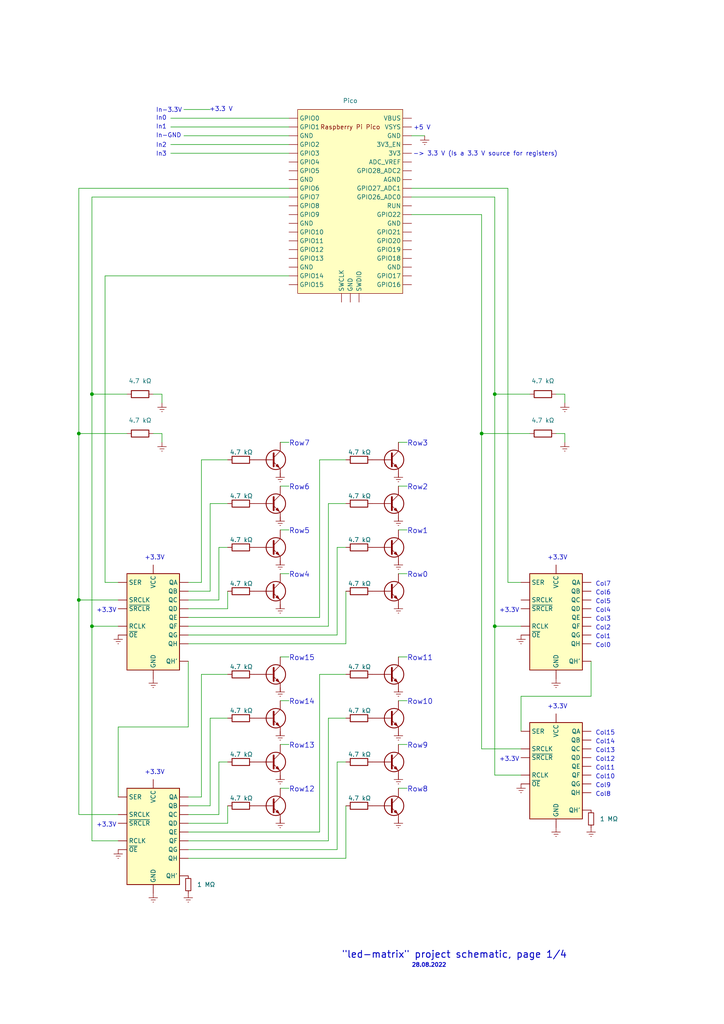
<source format=kicad_sch>
(kicad_sch (version 20211123) (generator eeschema)
  (paper "A4" portrait)
  (lib_symbols
    (symbol "74xx:74HC595" (pin_numbers hide)
      (property "Reference" "U" (at -7.62 13.97 0))
      (property "Value" "74HC595" (at -7.62 -16.51 0))
      (symbol "74HC595_1_0"
        (pin tri_state line (at 10.16 7.62 180) (length 2.54) (name "QB") (number "1"))
        (pin input line (at -10.16 2.54 0) (length 2.54) (name "~{SRCLR}") (number "10"))
        (pin input line (at -10.16 5.08 0) (length 2.54) (name "SRCLK") (number "11"))
        (pin input line (at -10.16 -2.54 0) (length 2.54) (name "RCLK") (number "12"))
        (pin input line (at -10.16 -5.08 0) (length 2.54) (name "~{OE}") (number "13"))
        (pin input line (at -10.16 10.16 0) (length 2.54) (name "SER") (number "14"))
        (pin tri_state line (at 10.16 10.16 180) (length 2.54) (name "QA") (number "15"))
        (pin power_in line (at 0 15.24 270) (length 2.54) (name "VCC") (number "16"))
        (pin tri_state line (at 10.16 5.08 180) (length 2.54) (name "QC") (number "2"))
        (pin tri_state line (at 10.16 2.54 180) (length 2.54) (name "QD") (number "3"))
        (pin tri_state line (at 10.16 0 180) (length 2.54) (name "QE") (number "4"))
        (pin tri_state line (at 10.16 -2.54 180) (length 2.54) (name "QF") (number "5"))
        (pin tri_state line (at 10.16 -5.08 180) (length 2.54) (name "QG") (number "6"))
        (pin tri_state line (at 10.16 -7.62 180) (length 2.54) (name "QH") (number "7"))
        (pin power_in line (at 0 -17.78 90) (length 2.54) (name "GND") (number "8"))
        (pin output line (at 10.16 -12.7 180) (length 2.54) (name "QH'") (number "9"))
      )
      (symbol "74HC595_1_1"
        (rectangle (start -7.62 12.7) (end 7.62 -15.24) (stroke (width 0.254)) (fill (type background)))
      )
    )
    (symbol "Device:R" (pin_numbers hide) (pin_names (offset 0))
      (property "Reference" "R" (at 2.032 0 90))
      (property "Value" "R" (at 0 0 90))
      (symbol "R_0_1"
        (rectangle (start -1.016 -2.54) (end 1.016 2.54) (stroke (width 0.254)))
      )
      (symbol "R_1_1"
        (pin passive line (at 0 3.81 270) (length 1.27) (name "~") (number "1"))
        (pin passive line (at 0 -3.81 90) (length 1.27) (name "~") (number "2"))
      )
    )
    (symbol "Device:R_Small" (pin_numbers hide) (pin_names (offset 0.254) hide)
      (property "Reference" "R" (at 0.762 0.508 0))
      (property "Value" "R_Small" (at 0.762 -1.016 0))
      (symbol "R_Small_0_1"
        (rectangle (start -0.762 1.778) (end 0.762 -1.778) (stroke (width 0.2032)))
      )
      (symbol "R_Small_1_1"
        (pin passive line (at 0 2.54 270) (length 0.762) (name "~") (number "1"))
        (pin passive line (at 0 -2.54 90) (length 0.762) (name "~") (number "2"))
      )
    )
    (symbol "MCU_RaspberryPi_and_Boards:Pico" (pin_numbers hide)
      (property "Reference" "U" (at -13.97 27.94 0))
      (property "Value" "Pico" (at 0 19.05 0))
      (symbol "Pico_0_0"
        (text "Raspberry Pi Pico" (at 0 21.59 0) (effects (font (size 1.27 1.27))))
      )
      (symbol "Pico_0_1"
        (rectangle (start -15.24 26.67) (end 15.24 -26.67) (fill (type background)))
      )
      (symbol "Pico_1_1"
        (pin bidirectional line (at -17.78 24.13 0) (length 2.54) (name "GPIO0") (number "1"))
        (pin bidirectional line (at -17.78 1.27 0) (length 2.54) (name "GPIO7") (number "10"))
        (pin bidirectional line (at -17.78 -1.27 0) (length 2.54) (name "GPIO8") (number "11"))
        (pin bidirectional line (at -17.78 -3.81 0) (length 2.54) (name "GPIO9") (number "12"))
        (pin power_in line (at -17.78 -6.35 0) (length 2.54) (name "GND") (number "13"))
        (pin bidirectional line (at -17.78 -8.89 0) (length 2.54) (name "GPIO10") (number "14"))
        (pin bidirectional line (at -17.78 -11.43 0) (length 2.54) (name "GPIO11") (number "15"))
        (pin bidirectional line (at -17.78 -13.97 0) (length 2.54) (name "GPIO12") (number "16"))
        (pin bidirectional line (at -17.78 -16.51 0) (length 2.54) (name "GPIO13") (number "17"))
        (pin power_in line (at -17.78 -19.05 0) (length 2.54) (name "GND") (number "18"))
        (pin bidirectional line (at -17.78 -21.59 0) (length 2.54) (name "GPIO14") (number "19"))
        (pin bidirectional line (at -17.78 21.59 0) (length 2.54) (name "GPIO1") (number "2"))
        (pin bidirectional line (at -17.78 -24.13 0) (length 2.54) (name "GPIO15") (number "20"))
        (pin bidirectional line (at 17.78 -24.13 180) (length 2.54) (name "GPIO16") (number "21"))
        (pin bidirectional line (at 17.78 -21.59 180) (length 2.54) (name "GPIO17") (number "22"))
        (pin power_in line (at 17.78 -19.05 180) (length 2.54) (name "GND") (number "23"))
        (pin bidirectional line (at 17.78 -16.51 180) (length 2.54) (name "GPIO18") (number "24"))
        (pin bidirectional line (at 17.78 -13.97 180) (length 2.54) (name "GPIO19") (number "25"))
        (pin bidirectional line (at 17.78 -11.43 180) (length 2.54) (name "GPIO20") (number "26"))
        (pin bidirectional line (at 17.78 -8.89 180) (length 2.54) (name "GPIO21") (number "27"))
        (pin power_in line (at 17.78 -6.35 180) (length 2.54) (name "GND") (number "28"))
        (pin bidirectional line (at 17.78 -3.81 180) (length 2.54) (name "GPIO22") (number "29"))
        (pin power_in line (at -17.78 19.05 0) (length 2.54) (name "GND") (number "3"))
        (pin input line (at 17.78 -1.27 180) (length 2.54) (name "RUN") (number "30"))
        (pin bidirectional line (at 17.78 1.27 180) (length 2.54) (name "GPIO26_ADC0") (number "31"))
        (pin bidirectional line (at 17.78 3.81 180) (length 2.54) (name "GPIO27_ADC1") (number "32"))
        (pin power_in line (at 17.78 6.35 180) (length 2.54) (name "AGND") (number "33"))
        (pin bidirectional line (at 17.78 8.89 180) (length 2.54) (name "GPIO28_ADC2") (number "34"))
        (pin power_in line (at 17.78 11.43 180) (length 2.54) (name "ADC_VREF") (number "35"))
        (pin power_in line (at 17.78 13.97 180) (length 2.54) (name "3V3") (number "36"))
        (pin input line (at 17.78 16.51 180) (length 2.54) (name "3V3_EN") (number "37"))
        (pin bidirectional line (at 17.78 19.05 180) (length 2.54) (name "GND") (number "38"))
        (pin power_in line (at 17.78 21.59 180) (length 2.54) (name "VSYS") (number "39"))
        (pin bidirectional line (at -17.78 16.51 0) (length 2.54) (name "GPIO2") (number "4"))
        (pin power_in line (at 17.78 24.13 180) (length 2.54) (name "VBUS") (number "40"))
        (pin input line (at -2.54 -29.21 90) (length 2.54) (name "SWCLK") (number "41"))
        (pin power_in line (at 0 -29.21 90) (length 2.54) (name "GND") (number "42"))
        (pin bidirectional line (at 2.54 -29.21 90) (length 2.54) (name "SWDIO") (number "43"))
        (pin bidirectional line (at -17.78 13.97 0) (length 2.54) (name "GPIO3") (number "5"))
        (pin bidirectional line (at -17.78 11.43 0) (length 2.54) (name "GPIO4") (number "6"))
        (pin bidirectional line (at -17.78 8.89 0) (length 2.54) (name "GPIO5") (number "7"))
        (pin power_in line (at -17.78 6.35 0) (length 2.54) (name "GND") (number "8"))
        (pin bidirectional line (at -17.78 3.81 0) (length 2.54) (name "GPIO6") (number "9"))
      )
    )
    (symbol "Transistor_BJT:BC337" (pin_numbers hide) (pin_names (offset 0) hide)
      (property "Reference" "Q" (at 5.08 1.905 0))
      (property "Value" "BC337" (at 5.08 0 0))
      (symbol "BC337_0_1"
        (polyline (pts (xy 0 0) (xy 0.635 0)))
        (polyline (pts (xy 0.635 0.635) (xy 2.54 2.54)))
        (polyline (pts (xy 0.635 -0.635) (xy 2.54 -2.54) (xy 2.54 -2.54)))
        (polyline (pts (xy 0.635 1.905) (xy 0.635 -1.905) (xy 0.635 -1.905)) (stroke (width 0.508)))
        (polyline (pts (xy 1.27 -1.778) (xy 1.778 -1.27) (xy 2.286 -2.286) (xy 1.27 -1.778) (xy 1.27 -1.778)) (fill (type outline)))
        (circle (center 1.27 0) (radius 2.8194) (stroke (width 0.254)))
      )
      (symbol "BC337_1_1"
        (pin passive line (at 2.54 5.08 270) (length 2.54) (name "C") (number "1"))
        (pin input line (at -5.08 0 0) (length 5.08) (name "B") (number "2"))
        (pin passive line (at 2.54 -5.08 90) (length 2.54) (name "E") (number "3"))
      )
    )
    (symbol "power:Earth" (power) (pin_names (offset 0))
      (symbol "Earth_0_1"
        (polyline (pts (xy -0.635 -1.905) (xy 0.635 -1.905)))
        (polyline (pts (xy -0.127 -2.54) (xy 0.127 -2.54)))
        (polyline (pts (xy 0 -1.27) (xy 0 0)))
        (polyline (pts (xy 1.27 -1.27) (xy -1.27 -1.27)))
      )
      (symbol "Earth_1_1"
        (pin power_in line (at 0 0 270) (length 0) hide (name "Earth") (number "1"))
      )
    )
  )
  (junction (at 139.7 125.73))
  (junction (at 22.86 173.99))
  (junction (at 143.51 181.61))
  (junction (at 26.67 114.3))
  (junction (at 26.67 181.61))
  (junction (at 143.51 114.3))
  (junction (at 22.86 125.73))
  (wire (pts (xy 83.82 80.01) (xy 30.48 80.01)))
  (wire (pts (xy 81.28 153.67) (xy 83.82 153.67)))
  (wire (pts (xy 163.83 114.3) (xy 161.29 114.3)))
  (wire (pts (xy 95.25 146.05) (xy 100.33 146.05)))
  (wire (pts (xy 81.28 166.37) (xy 83.82 166.37)))
  (wire (pts (xy 163.83 116.84) (xy 163.83 114.3)))
  (wire (pts (xy 115.57 140.97) (xy 118.11 140.97)))
  (wire (pts (xy 26.67 114.3) (xy 36.83 114.3)))
  (wire (pts (xy 115.57 228.6) (xy 118.11 228.6)))
  (wire (pts (xy 54.61 248.92) (xy 100.33 248.92)))
  (wire (pts (xy 49.53 34.29) (xy 83.82 34.29)))
  (wire (pts (xy 54.61 246.38) (xy 97.79 246.38)))
  (wire (pts (xy 139.7 217.17) (xy 151.13 217.17)))
  (wire (pts (xy 115.57 166.37) (xy 118.11 166.37)))
  (wire (pts (xy 92.71 179.07) (xy 92.71 133.35)))
  (wire (pts (xy 63.5 158.75) (xy 66.04 158.75)))
  (wire (pts (xy 115.57 199.39) (xy 115.57 200.66)) (stroke (width 0) (color 132 0 0 1)))
  (wire (pts (xy 26.67 57.15) (xy 83.82 57.15)))
  (wire (pts (xy 161.29 125.73) (xy 163.83 125.73)))
  (wire (pts (xy 139.7 62.23) (xy 139.7 125.73)))
  (wire (pts (xy 139.7 125.73) (xy 153.67 125.73)))
  (wire (pts (xy 97.79 184.15) (xy 97.79 158.75)))
  (wire (pts (xy 54.61 181.61) (xy 95.25 181.61)))
  (wire (pts (xy 151.13 168.91) (xy 147.32 168.91)))
  (wire (pts (xy 22.86 173.99) (xy 34.29 173.99)))
  (wire (pts (xy 171.45 201.93) (xy 151.13 201.93)))
  (wire (pts (xy 115.57 224.79) (xy 115.57 226.06)) (stroke (width 0) (color 132 0 0 1)))
  (wire (pts (xy 49.53 44.45) (xy 83.82 44.45)))
  (wire (pts (xy 81.28 128.27) (xy 83.82 128.27)))
  (wire (pts (xy 97.79 220.98) (xy 100.33 220.98)))
  (wire (pts (xy 26.67 181.61) (xy 26.67 243.84)))
  (wire (pts (xy 46.99 116.84) (xy 46.99 114.3)))
  (wire (pts (xy 115.57 190.5) (xy 118.11 190.5)))
  (wire (pts (xy 60.96 233.68) (xy 60.96 208.28)))
  (wire (pts (xy 22.86 54.61) (xy 83.82 54.61)))
  (wire (pts (xy 115.57 203.2) (xy 118.11 203.2)))
  (wire (pts (xy 54.61 243.84) (xy 95.25 243.84)))
  (wire (pts (xy 100.33 171.45) (xy 100.33 186.69)))
  (wire (pts (xy 81.28 224.79) (xy 81.28 226.06)) (stroke (width 0) (color 132 0 0 1)))
  (wire (pts (xy 26.67 114.3) (xy 26.67 181.61)))
  (wire (pts (xy 115.57 149.86) (xy 115.57 151.13)) (stroke (width 0) (color 132 0 0 1)))
  (wire (pts (xy 58.42 133.35) (xy 58.42 168.91)))
  (wire (pts (xy 54.61 238.76) (xy 66.04 238.76)))
  (wire (pts (xy 63.5 158.75) (xy 63.5 173.99)))
  (wire (pts (xy 22.86 173.99) (xy 22.86 236.22)))
  (wire (pts (xy 60.96 146.05) (xy 66.04 146.05)))
  (wire (pts (xy 66.04 238.76) (xy 66.04 233.68)))
  (wire (pts (xy 46.99 125.73) (xy 46.99 128.27)))
  (wire (pts (xy 22.86 236.22) (xy 34.29 236.22)))
  (wire (pts (xy 119.38 54.61) (xy 147.32 54.61)))
  (wire (pts (xy 81.28 212.09) (xy 81.28 213.36)) (stroke (width 0) (color 132 0 0 1)))
  (wire (pts (xy 119.38 62.23) (xy 139.7 62.23)))
  (wire (pts (xy 171.45 191.77) (xy 171.45 201.93)))
  (wire (pts (xy 54.61 236.22) (xy 63.5 236.22)))
  (wire (pts (xy 53.34 39.37) (xy 83.82 39.37)))
  (wire (pts (xy 58.42 133.35) (xy 66.04 133.35)))
  (wire (pts (xy 26.67 57.15) (xy 26.67 114.3)))
  (wire (pts (xy 60.96 208.28) (xy 66.04 208.28)))
  (wire (pts (xy 151.13 201.93) (xy 151.13 212.09)))
  (wire (pts (xy 115.57 215.9) (xy 118.11 215.9)))
  (wire (pts (xy 54.61 191.77) (xy 54.61 210.82)))
  (wire (pts (xy 49.53 41.91) (xy 83.82 41.91)))
  (wire (pts (xy 63.5 236.22) (xy 63.5 220.98)))
  (wire (pts (xy 143.51 57.15) (xy 119.38 57.15)))
  (wire (pts (xy 53.34 31.75) (xy 60.96 31.75)))
  (wire (pts (xy 143.51 224.79) (xy 143.51 181.61)))
  (wire (pts (xy 143.51 57.15) (xy 143.51 114.3)))
  (wire (pts (xy 97.79 220.98) (xy 97.79 246.38)))
  (wire (pts (xy 54.61 186.69) (xy 100.33 186.69)))
  (wire (pts (xy 97.79 158.75) (xy 100.33 158.75)))
  (wire (pts (xy 139.7 125.73) (xy 139.7 217.17)))
  (wire (pts (xy 95.25 181.61) (xy 95.25 146.05)))
  (wire (pts (xy 81.28 203.2) (xy 83.82 203.2)))
  (wire (pts (xy 81.28 175.26) (xy 81.28 176.53)) (stroke (width 0) (color 132 0 0 1)))
  (wire (pts (xy 81.28 140.97) (xy 83.82 140.97)))
  (wire (pts (xy 58.42 195.58) (xy 58.42 231.14)))
  (wire (pts (xy 26.67 181.61) (xy 34.29 181.61)))
  (wire (pts (xy 115.57 137.16) (xy 115.57 138.43)) (stroke (width 0) (color 132 0 0 1)))
  (wire (pts (xy 92.71 195.58) (xy 100.33 195.58)))
  (wire (pts (xy 81.28 162.56) (xy 81.28 163.83)) (stroke (width 0) (color 132 0 0 1)))
  (wire (pts (xy 49.53 36.83) (xy 83.82 36.83)))
  (wire (pts (xy 143.51 114.3) (xy 143.51 181.61)))
  (wire (pts (xy 54.61 179.07) (xy 92.71 179.07)))
  (wire (pts (xy 34.29 168.91) (xy 30.48 168.91)))
  (wire (pts (xy 115.57 162.56) (xy 115.57 163.83)) (stroke (width 0) (color 132 0 0 1)))
  (wire (pts (xy 58.42 168.91) (xy 54.61 168.91)))
  (wire (pts (xy 34.29 210.82) (xy 54.61 210.82)))
  (wire (pts (xy 66.04 176.53) (xy 66.04 171.45)))
  (wire (pts (xy 54.61 241.3) (xy 92.71 241.3)))
  (wire (pts (xy 54.61 184.15) (xy 97.79 184.15)))
  (wire (pts (xy 115.57 128.27) (xy 118.11 128.27)))
  (wire (pts (xy 30.48 80.01) (xy 30.48 168.91)))
  (wire (pts (xy 81.28 215.9) (xy 83.82 215.9)))
  (wire (pts (xy 54.61 173.99) (xy 63.5 173.99)))
  (wire (pts (xy 34.29 210.82) (xy 34.29 231.14)))
  (wire (pts (xy 115.57 237.49) (xy 115.57 238.76)) (stroke (width 0) (color 132 0 0 1)))
  (wire (pts (xy 92.71 133.35) (xy 100.33 133.35)))
  (wire (pts (xy 22.86 54.61) (xy 22.86 125.73)))
  (wire (pts (xy 81.28 137.16) (xy 81.28 138.43)) (stroke (width 0) (color 132 0 0 1)))
  (wire (pts (xy 63.5 220.98) (xy 66.04 220.98)))
  (wire (pts (xy 46.99 114.3) (xy 44.45 114.3)))
  (wire (pts (xy 163.83 125.73) (xy 163.83 128.27)))
  (wire (pts (xy 95.25 208.28) (xy 95.25 243.84)))
  (wire (pts (xy 100.33 233.68) (xy 100.33 248.92)))
  (wire (pts (xy 81.28 190.5) (xy 83.82 190.5)))
  (wire (pts (xy 81.28 237.49) (xy 81.28 238.76)) (stroke (width 0) (color 132 0 0 1)))
  (wire (pts (xy 60.96 146.05) (xy 60.96 171.45)))
  (wire (pts (xy 58.42 195.58) (xy 66.04 195.58)))
  (wire (pts (xy 115.57 153.67) (xy 118.11 153.67)))
  (wire (pts (xy 34.29 243.84) (xy 26.67 243.84)))
  (wire (pts (xy 95.25 208.28) (xy 100.33 208.28)))
  (wire (pts (xy 81.28 199.39) (xy 81.28 200.66)) (stroke (width 0) (color 132 0 0 1)))
  (wire (pts (xy 151.13 224.79) (xy 143.51 224.79)))
  (wire (pts (xy 22.86 125.73) (xy 36.83 125.73)))
  (wire (pts (xy 54.61 233.68) (xy 60.96 233.68)))
  (wire (pts (xy 143.51 114.3) (xy 153.67 114.3)))
  (wire (pts (xy 115.57 212.09) (xy 115.57 213.36)) (stroke (width 0) (color 132 0 0 1)))
  (wire (pts (xy 115.57 175.26) (xy 115.57 176.53)) (stroke (width 0) (color 132 0 0 1)))
  (wire (pts (xy 92.71 195.58) (xy 92.71 241.3)))
  (wire (pts (xy 54.61 171.45) (xy 60.96 171.45)))
  (wire (pts (xy 147.32 54.61) (xy 147.32 168.91)))
  (wire (pts (xy 143.51 181.61) (xy 151.13 181.61)))
  (wire (pts (xy 81.28 228.6) (xy 83.82 228.6)))
  (wire (pts (xy 119.38 39.37) (xy 123.19 39.37)))
  (wire (pts (xy 81.28 149.86) (xy 81.28 151.13)) (stroke (width 0) (color 132 0 0 1)))
  (wire (pts (xy 54.61 231.14) (xy 58.42 231.14)))
  (wire (pts (xy 44.45 125.73) (xy 46.99 125.73)))
  (wire (pts (xy 54.61 176.53) (xy 66.04 176.53)))
  (wire (pts (xy 22.86 125.73) (xy 22.86 173.99)))
  (text "Row4" (at 83.82 167.64 0) (effects (font (size 1.5 1.5)) (justify left bottom)))
  (text "Row12" (at 83.82 229.87 0) (effects (font (size 1.5 1.5)) (justify left bottom)))
  (text "28.08.2022" (at 119.38 280.67 0) (effects (font (size 1.15 1.15) bold) (justify left bottom)))
  (text "In-3.3V" (at 45.212 32.766 0) (effects (font (size 1.27 1.27)) (justify left bottom)))
  (text "Col10" (at 172.72 226.06 0) (effects (font (size 1.27 1.27)) (justify left bottom)))
  (text "Col2" (at 172.72 182.88 0) (effects (font (size 1.27 1.27)) (justify left bottom)))
  (text "\"led-matrix\" project schematic, page 1/4" (at 99.06 278.13 0) (effects (font (size 2 2) (thickness 0.254) bold) (justify left bottom)))
  (text "+3.3V" (at 158.75 205.74 0) (effects (font (size 1.27 1.27)) (justify left bottom)))
  (text "Row11" (at 118.11 191.77 0) (effects (font (size 1.5 1.5)) (justify left bottom)))
  (text "+3.3V" (at 27.94 240.03 0) (effects (font (size 1.27 1.27)) (justify left bottom)))
  (text "Col3" (at 172.72 180.34 0) (effects (font (size 1.27 1.27)) (justify left bottom)))
  (text "Row2" (at 118.11 142.24 0) (effects (font (size 1.5 1.5)) (justify left bottom)))
  (text "Col11" (at 172.72 223.52 0) (effects (font (size 1.27 1.27)) (justify left bottom)))
  (text "In0" (at 45.212 35.052 0) (effects (font (size 1.27 1.27)) (justify left bottom)))
  (text "In1" (at 45.212 37.592 0) (effects (font (size 1.27 1.27)) (justify left bottom)))
  (text "In-GND" (at 45.212 40.132 0) (effects (font (size 1.27 1.27)) (justify left bottom)))
  (text "Col8" (at 172.72 231.14 0) (effects (font (size 1.27 1.27)) (justify left bottom)))
  (text "Col14" (at 172.72 215.9 0) (effects (font (size 1.27 1.27)) (justify left bottom)))
  (text "Col6" (at 172.72 172.72 0) (effects (font (size 1.27 1.27)) (justify left bottom)))
  (text "Row15" (at 83.82 191.77 0) (effects (font (size 1.5 1.5)) (justify left bottom)))
  (text "Col13" (at 172.72 218.44 0) (effects (font (size 1.27 1.27)) (justify left bottom)))
  (text "Row8" (at 118.11 229.87 0) (effects (font (size 1.5 1.5)) (justify left bottom)))
  (text "Row9" (at 118.11 217.17 0) (effects (font (size 1.5 1.5)) (justify left bottom)))
  (text "Row0" (at 118.11 167.64 0) (effects (font (size 1.5 1.5)) (justify left bottom)))
  (text "Row10" (at 118.11 204.47 0) (effects (font (size 1.5 1.5)) (justify left bottom)))
  (text "Col12" (at 172.72 220.98 0) (effects (font (size 1.27 1.27)) (justify left bottom)))
  (text "+3.3V" (at 41.91 162.56 0) (effects (font (size 1.27 1.27)) (justify left bottom)))
  (text "Col5" (at 172.72 175.26 0) (effects (font (size 1.27 1.27)) (justify left bottom)))
  (text "+3.3 V" (at 60.706 32.512 0) (effects (font (size 1.27 1.27)) (justify left bottom)))
  (text "Col1" (at 172.72 185.42 0) (effects (font (size 1.27 1.27)) (justify left bottom)))
  (text "-> 3.3 V (Is a 3.3 V source for registers)" (at 119.7864 45.4152 0) (effects (font (size 1.27 1.27)) (justify left bottom)))
  (text "Row6" (at 83.82 142.24 0) (effects (font (size 1.5 1.5)) (justify left bottom)))
  (text "Col9" (at 172.72 228.6 0) (effects (font (size 1.27 1.27)) (justify left bottom)))
  (text "Row5" (at 83.82 154.94 0) (effects (font (size 1.5 1.5)) (justify left bottom)))
  (text "Row13" (at 83.82 217.17 0) (effects (font (size 1.5 1.5)) (justify left bottom)))
  (text "Col7" (at 172.72 170.18 0) (effects (font (size 1.27 1.27)) (justify left bottom)))
  (text "In2" (at 45.212 42.926 0) (effects (font (size 1.27 1.27)) (justify left bottom)))
  (text "+5 V" (at 119.9134 37.8714 0) (effects (font (size 1.27 1.27)) (justify left bottom)))
  (text "Col0" (at 172.72 187.96 0) (effects (font (size 1.27 1.27)) (justify left bottom)))
  (text "Row3" (at 118.11 129.54 0) (effects (font (size 1.5 1.5)) (justify left bottom)))
  (text "In3" (at 45.212 45.466 0) (effects (font (size 1.27 1.27)) (justify left bottom)))
  (text "Row7" (at 83.82 129.54 0) (effects (font (size 1.5 1.5)) (justify left bottom)))
  (text "+3.3V" (at 41.91 224.79 0) (effects (font (size 1.27 1.27)) (justify left bottom)))
  (text "+3.3V" (at 144.78 177.8 0) (effects (font (size 1.27 1.27)) (justify left bottom)))
  (text "+3.3V" (at 27.94 177.8 0) (effects (font (size 1.27 1.27)) (justify left bottom)))
  (text "Row1" (at 118.11 154.94 0) (effects (font (size 1.5 1.5)) (justify left bottom)))
  (text "Row14" (at 83.82 204.47 0) (effects (font (size 1.5 1.5)) (justify left bottom)))
  (text "Col15" (at 172.72 213.36 0) (effects (font (size 1.27 1.27)) (justify left bottom)))
  (text "Col4" (at 172.72 177.8 0) (effects (font (size 1.27 1.27)) (justify left bottom)))
  (text "+3.3V" (at 158.75 162.56 0) (effects (font (size 1.27 1.27)) (justify left bottom)))
  (text "+3.3V" (at 144.78 220.98 0) (effects (font (size 1.27 1.27)) (justify left bottom)))
  (symbol (lib_id "Device:R") (at 69.85 133.35 270) (unit 1)
    (property "Reference" "R?" (effects hide))
    (property "Value" "4.7 kΩ" (at 69.99 131.16 90))
  )
  (symbol (lib_id "Transistor_BJT:BC337") (at 78.74 158.75 0) (unit 1)
    (property "Reference" "Q?" (effects hide))
    (property "Value" "BC337" (effects hide))
    (property "Footprint" "Package_TO_SOT_THT:TO-92_Inline" (effects hide))
    (property "Datasheet" "https://diotec.com/tl_files/diotec/files/pdf/datasheets/bc337.pdf" (effects hide))
  )
  (symbol (lib_id "power:Earth") (at 81.28 212.09 0) (unit 1)
    (property "Reference" "#PWR?" (effects hide))
    (property "Value" "Earth" (effects hide))
  )
  (symbol (lib_id "power:Earth") (at 115.57 199.39 0) (unit 1)
    (property "Reference" "#PWR?" (effects hide))
    (property "Value" "Earth" (effects hide))
  )
  (symbol (lib_id "power:Earth") (at 115.57 162.56 0) (unit 1)
    (property "Reference" "#PWR?" (effects hide))
    (property "Value" "Earth" (effects hide))
  )
  (symbol (lib_id "Transistor_BJT:BC337") (at 113.03 208.28 0) (unit 1)
    (property "Reference" "Q?" (effects hide))
    (property "Value" "BC337" (effects hide))
    (property "Footprint" "Package_TO_SOT_THT:TO-92_Inline" (effects hide))
    (property "Datasheet" "https://diotec.com/tl_files/diotec/files/pdf/datasheets/bc337.pdf" (effects hide))
  )
  (symbol (lib_id "power:Earth") (at 81.28 224.79 0) (unit 1)
    (property "Reference" "#PWR?" (effects hide))
    (property "Value" "Earth" (effects hide))
  )
  (symbol (lib_id "power:Earth") (at 46.99 128.27 0) (unit 1)
    (property "Reference" "#PWR?" (effects hide))
    (property "Value" "Earth" (effects hide))
  )
  (symbol (lib_id "power:Earth") (at 123.19 39.37 0) (unit 1)
    (property "Reference" "#PWR?" (effects hide))
    (property "Value" "Earth" (effects hide))
  )
  (symbol (lib_id "Transistor_BJT:BC337") (at 78.74 171.45 0) (unit 1)
    (property "Reference" "Q?" (effects hide))
    (property "Value" "BC337" (effects hide))
    (property "Footprint" "Package_TO_SOT_THT:TO-92_Inline" (effects hide))
    (property "Datasheet" "https://diotec.com/tl_files/diotec/files/pdf/datasheets/bc337.pdf" (effects hide))
  )
  (symbol (lib_id "Transistor_BJT:BC337") (at 113.03 220.98 0) (unit 1)
    (property "Reference" "Q?" (effects hide))
    (property "Value" "BC337" (effects hide))
    (property "Footprint" "Package_TO_SOT_THT:TO-92_Inline" (effects hide))
    (property "Datasheet" "https://diotec.com/tl_files/diotec/files/pdf/datasheets/bc337.pdf" (effects hide))
  )
  (symbol (lib_id "Device:R") (at 69.85 146.05 270) (unit 1)
    (property "Reference" "R?" (effects hide))
    (property "Value" "4.7 kΩ" (at 69.99 143.86 90))
  )
  (symbol (lib_id "Device:R") (at 104.14 158.75 270) (unit 1)
    (property "Reference" "R?" (effects hide))
    (property "Value" "4.7 kΩ" (at 104.28 156.56 90))
  )
  (symbol (lib_id "Device:R") (at 104.14 171.45 270) (unit 1)
    (property "Reference" "R?" (effects hide))
    (property "Value" "4.7 kΩ" (at 104.28 169.26 90))
  )
  (symbol (lib_id "Transistor_BJT:BC337") (at 113.03 233.68 0) (unit 1)
    (property "Reference" "Q?" (effects hide))
    (property "Value" "BC337" (effects hide))
    (property "Footprint" "Package_TO_SOT_THT:TO-92_Inline" (effects hide))
    (property "Datasheet" "https://diotec.com/tl_files/diotec/files/pdf/datasheets/bc337.pdf" (effects hide))
  )
  (symbol (lib_id "power:Earth") (at 115.57 149.86 0) (unit 1)
    (property "Reference" "#PWR?" (effects hide))
    (property "Value" "Earth" (effects hide))
  )
  (symbol (lib_id "power:Earth") (at 163.83 116.84 0) (unit 1)
    (property "Reference" "#PWR?" (effects hide))
    (property "Value" "Earth" (effects hide))
  )
  (symbol (lib_id "power:Earth") (at 151.13 227.33 0) (unit 1)
    (property "Reference" "#PWR?" (effects hide))
    (property "Value" "Earth" (effects hide))
  )
  (symbol (lib_id "power:Earth") (at 81.28 237.49 0) (unit 1)
    (property "Reference" "#PWR?" (effects hide))
    (property "Value" "Earth" (effects hide))
  )
  (symbol (lib_id "power:Earth") (at 34.29 246.38 0) (unit 1)
    (property "Reference" "#PWR?" (effects hide))
    (property "Value" "Earth" (effects hide))
  )
  (symbol (lib_id "MCU_RaspberryPi_and_Boards:Pico") (at 101.6 58.42 0) (unit 1)
    (property "Reference" "U?" (effects hide))
    (property "Value" "Pico" (at 101.6 29.21 0))
    (property "Footprint" "RPi_Pico:RPi_Pico_SMD_TH" (effects hide))
  )
  (symbol (lib_id "power:Earth") (at 115.57 212.09 0) (unit 1)
    (property "Reference" "#PWR?" (effects hide))
    (property "Value" "Earth" (effects hide))
  )
  (symbol (lib_id "74xx:74HC595") (at 44.45 179.07 0) (unit 1)
    (property "Reference" "U?" (effects hide))
    (property "Value" "74HC595" (effects hide))
    (property "Datasheet" "http://www.ti.com/lit/ds/symlink/sn74hc595.pdf" (effects hide))
  )
  (symbol (lib_id "Transistor_BJT:BC337") (at 113.03 158.75 0) (unit 1)
    (property "Reference" "Q?" (effects hide))
    (property "Value" "BC337" (effects hide))
    (property "Footprint" "Package_TO_SOT_THT:TO-92_Inline" (effects hide))
    (property "Datasheet" "https://diotec.com/tl_files/diotec/files/pdf/datasheets/bc337.pdf" (effects hide))
  )
  (symbol (lib_id "power:Earth") (at 161.29 240.03 0) (unit 1)
    (property "Reference" "#PWR?" (effects hide))
    (property "Value" "Earth" (effects hide))
  )
  (symbol (lib_id "power:Earth") (at 115.57 175.26 0) (unit 1)
    (property "Reference" "#PWR?" (effects hide))
    (property "Value" "Earth" (effects hide))
  )
  (symbol (lib_id "Transistor_BJT:BC337") (at 113.03 146.05 0) (unit 1)
    (property "Reference" "Q?" (effects hide))
    (property "Value" "BC337" (effects hide))
    (property "Footprint" "Package_TO_SOT_THT:TO-92_Inline" (effects hide))
    (property "Datasheet" "https://diotec.com/tl_files/diotec/files/pdf/datasheets/bc337.pdf" (effects hide))
  )
  (symbol (lib_id "power:Earth") (at 44.45 259.08 0) (unit 1)
    (property "Reference" "#PWR?" (effects hide))
    (property "Value" "Earth" (effects hide))
  )
  (symbol (lib_id "Device:R") (at 69.85 158.75 270) (unit 1)
    (property "Reference" "R?" (effects hide))
    (property "Value" "4.7 kΩ" (at 69.99 156.56 90))
  )
  (symbol (lib_id "74xx:74HC595") (at 161.29 222.25 0) (unit 1)
    (property "Reference" "U?" (effects hide))
    (property "Value" "74HC595" (effects hide))
    (property "Datasheet" "http://www.ti.com/lit/ds/symlink/sn74hc595.pdf" (effects hide))
  )
  (symbol (lib_id "Device:R") (at 69.85 233.68 270) (unit 1)
    (property "Reference" "R?" (effects hide))
    (property "Value" "4.7 kΩ" (at 69.99 231.49 90))
  )
  (symbol (lib_id "power:Earth") (at 115.57 224.79 0) (unit 1)
    (property "Reference" "#PWR?" (effects hide))
    (property "Value" "Earth" (effects hide))
  )
  (symbol (lib_id "74xx:74HC595") (at 161.29 179.07 0) (unit 1)
    (property "Reference" "U?" (effects hide))
    (property "Value" "74HC595" (effects hide))
    (property "Datasheet" "http://www.ti.com/lit/ds/symlink/sn74hc595.pdf" (effects hide))
  )
  (symbol (lib_id "power:Earth") (at 81.28 137.16 0) (unit 1)
    (property "Reference" "#PWR?" (effects hide))
    (property "Value" "Earth" (effects hide))
  )
  (symbol (lib_id "power:Earth") (at 81.28 175.26 0) (unit 1)
    (property "Reference" "#PWR?" (effects hide))
    (property "Value" "Earth" (effects hide))
  )
  (symbol (lib_id "power:Earth") (at 44.45 196.85 0) (unit 1)
    (property "Reference" "#PWR?" (effects hide))
    (property "Value" "Earth" (effects hide))
  )
  (symbol (lib_id "Transistor_BJT:BC337") (at 113.03 133.35 0) (unit 1)
    (property "Reference" "Q?" (effects hide))
    (property "Value" "BC337" (effects hide))
    (property "Footprint" "Package_TO_SOT_THT:TO-92_Inline" (effects hide))
    (property "Datasheet" "https://diotec.com/tl_files/diotec/files/pdf/datasheets/bc337.pdf" (effects hide))
  )
  (symbol (lib_id "Transistor_BJT:BC337") (at 78.74 220.98 0) (unit 1)
    (property "Reference" "Q?" (effects hide))
    (property "Value" "BC337" (effects hide))
    (property "Footprint" "Package_TO_SOT_THT:TO-92_Inline" (effects hide))
    (property "Datasheet" "https://diotec.com/tl_files/diotec/files/pdf/datasheets/bc337.pdf" (effects hide))
  )
  (symbol (lib_id "Transistor_BJT:BC337") (at 78.74 133.35 0) (unit 1)
    (property "Reference" "Q?" (effects hide))
    (property "Value" "BC337" (effects hide))
    (property "Footprint" "Package_TO_SOT_THT:TO-92_Inline" (effects hide))
    (property "Datasheet" "https://diotec.com/tl_files/diotec/files/pdf/datasheets/bc337.pdf" (effects hide))
  )
  (symbol (lib_id "Device:R") (at 69.85 195.58 270) (unit 1)
    (property "Reference" "R?" (effects hide))
    (property "Value" "4.7 kΩ" (at 69.99 193.39 90))
  )
  (symbol (lib_id "Device:R") (at 104.14 195.58 270) (unit 1)
    (property "Reference" "R?" (effects hide))
    (property "Value" "4.7 kΩ" (at 104.28 193.39 90))
  )
  (symbol (lib_id "power:Earth") (at 81.28 149.86 0) (unit 1)
    (property "Reference" "#PWR?" (effects hide))
    (property "Value" "Earth" (effects hide))
  )
  (symbol (lib_id "Transistor_BJT:BC337") (at 113.03 171.45 0) (unit 1)
    (property "Reference" "Q?" (effects hide))
    (property "Value" "BC337" (effects hide))
    (property "Footprint" "Package_TO_SOT_THT:TO-92_Inline" (effects hide))
    (property "Datasheet" "https://diotec.com/tl_files/diotec/files/pdf/datasheets/bc337.pdf" (effects hide))
  )
  (symbol (lib_id "Device:R") (at 104.14 146.05 270) (unit 1)
    (property "Reference" "R?" (effects hide))
    (property "Value" "4.7 kΩ" (at 104.28 143.86 90))
  )
  (symbol (lib_id "Device:R") (at 40.64 125.73 270) (unit 1)
    (property "Reference" "R?" (effects hide))
    (property "Value" "4.7 kΩ" (at 40.64 121.92 90))
  )
  (symbol (lib_id "Device:R") (at 104.14 233.68 270) (unit 1)
    (property "Reference" "R?" (effects hide))
    (property "Value" "4.7 kΩ" (at 104.28 231.49 90))
  )
  (symbol (lib_id "power:Earth") (at 34.29 184.15 0) (unit 1)
    (property "Reference" "#PWR?" (effects hide))
    (property "Value" "Earth" (effects hide))
  )
  (symbol (lib_id "Transistor_BJT:BC337") (at 113.03 195.58 0) (unit 1)
    (property "Reference" "Q?" (effects hide))
    (property "Value" "BC337" (effects hide))
    (property "Footprint" "Package_TO_SOT_THT:TO-92_Inline" (effects hide))
    (property "Datasheet" "https://diotec.com/tl_files/diotec/files/pdf/datasheets/bc337.pdf" (effects hide))
  )
  (symbol (lib_id "power:Earth") (at 81.28 199.39 0) (unit 1)
    (property "Reference" "#PWR?" (effects hide))
    (property "Value" "Earth" (effects hide))
  )
  (symbol (lib_id "Transistor_BJT:BC337") (at 78.74 208.28 0) (unit 1)
    (property "Reference" "Q?" (effects hide))
    (property "Value" "BC337" (effects hide))
    (property "Footprint" "Package_TO_SOT_THT:TO-92_Inline" (effects hide))
    (property "Datasheet" "https://diotec.com/tl_files/diotec/files/pdf/datasheets/bc337.pdf" (effects hide))
  )
  (symbol (lib_id "Device:R") (at 69.85 171.45 270) (unit 1)
    (property "Reference" "R?" (effects hide))
    (property "Value" "4.7 kΩ" (at 69.99 169.26 90))
  )
  (symbol (lib_id "Device:R_Small") (at 54.61 256.54 0) (unit 1)
    (property "Reference" "R?" (effects hide))
    (property "Value" "1 MΩ" (at 57.15 256.5399 0) (effects (justify left)))
  )
  (symbol (lib_id "power:Earth") (at 115.57 137.16 0) (unit 1)
    (property "Reference" "#PWR?" (effects hide))
    (property "Value" "Earth" (effects hide))
  )
  (symbol (lib_id "Device:R") (at 157.48 125.73 270) (unit 1)
    (property "Reference" "R?" (effects hide))
    (property "Value" "4.7 kΩ" (at 157.48 121.92 90))
  )
  (symbol (lib_id "power:Earth") (at 54.61 259.08 0) (unit 1)
    (property "Reference" "#PWR?" (effects hide))
    (property "Value" "Earth" (effects hide))
  )
  (symbol (lib_id "Device:R") (at 69.85 220.98 270) (unit 1)
    (property "Reference" "R?" (effects hide))
    (property "Value" "4.7 kΩ" (at 69.99 218.79 90))
  )
  (symbol (lib_id "power:Earth") (at 163.83 128.27 0) (unit 1)
    (property "Reference" "#PWR?" (effects hide))
    (property "Value" "Earth" (effects hide))
  )
  (symbol (lib_id "Device:R") (at 104.14 133.35 270) (unit 1)
    (property "Reference" "R?" (effects hide))
    (property "Value" "4.7 kΩ" (at 104.28 131.16 90))
  )
  (symbol (lib_id "Device:R") (at 157.48 114.3 270) (unit 1)
    (property "Reference" "R?" (effects hide))
    (property "Value" "4.7 kΩ" (at 157.48 110.49 90))
  )
  (symbol (lib_id "Device:R") (at 104.14 220.98 270) (unit 1)
    (property "Reference" "R?" (effects hide))
    (property "Value" "4.7 kΩ" (at 104.28 218.79 90))
  )
  (symbol (lib_id "Transistor_BJT:BC337") (at 78.74 195.58 0) (unit 1)
    (property "Reference" "Q?" (effects hide))
    (property "Value" "BC337" (effects hide))
    (property "Footprint" "Package_TO_SOT_THT:TO-92_Inline" (effects hide))
    (property "Datasheet" "https://diotec.com/tl_files/diotec/files/pdf/datasheets/bc337.pdf" (effects hide))
  )
  (symbol (lib_id "power:Earth") (at 81.28 162.56 0) (unit 1)
    (property "Reference" "#PWR?" (effects hide))
    (property "Value" "Earth" (effects hide))
  )
  (symbol (lib_id "power:Earth") (at 115.57 237.49 0) (unit 1)
    (property "Reference" "#PWR?" (effects hide))
    (property "Value" "Earth" (effects hide))
  )
  (symbol (lib_id "Device:R") (at 104.14 208.28 270) (unit 1)
    (property "Reference" "R?" (effects hide))
    (property "Value" "4.7 kΩ" (at 104.28 206.09 90))
  )
  (symbol (lib_id "power:Earth") (at 171.45 240.03 0) (unit 1)
    (property "Reference" "#PWR?" (effects hide))
    (property "Value" "Earth" (effects hide))
  )
  (symbol (lib_id "power:Earth") (at 161.29 196.85 0) (unit 1)
    (property "Reference" "#PWR?" (effects hide))
    (property "Value" "Earth" (effects hide))
  )
  (symbol (lib_id "power:Earth") (at 46.99 116.84 0) (unit 1)
    (property "Reference" "#PWR?" (effects hide))
    (property "Value" "Earth" (effects hide))
  )
  (symbol (lib_id "Device:R") (at 69.85 208.28 270) (unit 1)
    (property "Reference" "R?" (effects hide))
    (property "Value" "4.7 kΩ" (at 69.99 206.09 90))
  )
  (symbol (lib_id "power:Earth") (at 151.13 184.15 0) (unit 1)
    (property "Reference" "#PWR?" (effects hide))
    (property "Value" "Earth" (effects hide))
  )
  (symbol (lib_id "Device:R") (at 40.64 114.3 270) (unit 1)
    (property "Reference" "R?" (effects hide))
    (property "Value" "4.7 kΩ" (at 40.64 110.49 90))
  )
  (symbol (lib_id "74xx:74HC595") (at 44.45 241.3 0) (unit 1)
    (property "Reference" "U?" (effects hide))
    (property "Value" "74HC595" (effects hide))
    (property "Datasheet" "http://www.ti.com/lit/ds/symlink/sn74hc595.pdf" (effects hide))
  )
  (symbol (lib_id "Device:R_Small") (at 171.45 237.49 0) (unit 1)
    (property "Reference" "R?" (effects hide))
    (property "Value" "1 MΩ" (at 173.99 237.4899 0) (effects (justify left)))
  )
  (symbol (lib_id "Transistor_BJT:BC337") (at 78.74 146.05 0) (unit 1)
    (property "Reference" "Q?" (effects hide))
    (property "Value" "BC337" (effects hide))
    (property "Footprint" "Package_TO_SOT_THT:TO-92_Inline" (effects hide))
    (property "Datasheet" "https://diotec.com/tl_files/diotec/files/pdf/datasheets/bc337.pdf" (effects hide))
  )
  (symbol (lib_id "Transistor_BJT:BC337") (at 78.74 233.68 0) (unit 1)
    (property "Reference" "Q?" (effects hide))
    (property "Value" "BC337" (effects hide))
    (property "Footprint" "Package_TO_SOT_THT:TO-92_Inline" (effects hide))
    (property "Datasheet" "https://diotec.com/tl_files/diotec/files/pdf/datasheets/bc337.pdf" (effects hide))
  )
)
</source>
